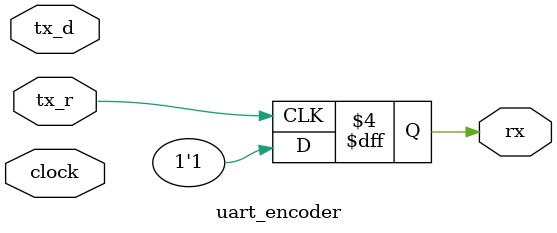
<source format=v>
	`timescale 1ns/1ps
	module tb_vctr ();
		reg		nrst;
		reg		clock;
		wire	rx;
		wire	[7:0]	rx_data;
		wire	[7:0]	rx_data_out;
		wire	[7:0]	rx_data_in;
		reg 	[7:0]  tx_d;
		reg        		tx_r;
		wire	[7:0]	vctrin;
		
		vctr VECTOR(
		.nrst(nrst),
		.clock(clock),
		.rx(rx),
		.rx_data(rx_data),
		.rx_data_out(rx_data_out),
		.rx_data_in(rx_data_in),
		.vctrin(vctrin)
		);
		
		
	initial begin
			clock		= 0;
			nrst		= 0;
			tx_d		= 0;
			tx_r		= 0;
		end
		
		always
			#41.65 clock <= ~clock;
			
		initial begin
			#10 nrst = 1;
			
			#1970252 tx_r = 0;
			#1 tx_d = 8'hA5;
			#1 tx_r = 1;
			
			#1970252 tx_r = 0;
			#1 tx_d = 8'h01;
			#1 tx_r = 1;
			
			#1970252 tx_r = 0;
			#1 tx_d = 8'hAA;
			#1 tx_r = 1;
			
			#1970252 tx_r = 0;
			#1 tx_d = 8'h00;
			#1 tx_r = 1;
			
			#1970252 tx_r = 0;
			#1 tx_d = 8'h01;
			#1 tx_r = 1;
			
			#1970252 tx_r = 0;
			#1 tx_d = 8'hA5;
			#1 tx_r = 1;
			
			#1970252 tx_r = 0;
			#1 tx_d = 8'h02;
			#1 tx_r = 1;
			
			#1970252 tx_r = 0;
			#1 tx_d = 8'hbb;
			#1 tx_r = 1;
			
			#1970252 tx_r = 0;
			#1 tx_d = 8'hA5;
			#1 tx_r = 1;
			
			#1970252 tx_r = 0;
			#1 tx_d = 8'h03;
			#1 tx_r = 1;
			
			#1970252 tx_r = 0;
			#1 tx_d = 8'hcc;
			#1 tx_r = 1;
			
			#1970252 tx_r = 0;
			#1 tx_d = 8'hA5;
			#1 tx_r = 1;
			
			#1970252 tx_r = 0;
			#1 tx_d = 8'h03;
			#1 tx_r = 1;
			
			#1970252 tx_r = 0;
			#1 tx_d = 8'hdd;
			#1 tx_r = 1;
			
			#1970252 tx_r = 0;
			#1 tx_d = 8'h00;
			#1 tx_r = 1;
			
			#1970252 tx_r = 0;
			#1 tx_d = 8'h02;
			#1 tx_r = 1;
			
			#1970252 tx_r = 0;
			#1 tx_d = 8'hA5;
			#1 tx_r = 1;
			
			#1970252 tx_r = 0;
			#1 tx_d = 8'h00;
			#1 tx_r = 1;
			
			#1970252 tx_r = 0;
			#1 tx_d = 8'h11;
			#1 tx_r = 1;
			
			#1970252 tx_r = 0;
			#1 tx_d = 8'h51;
			#1 tx_r = 1;
			
			#1970252 tx_r = 0;
			#1 tx_d = 8'h53;
			#1 tx_r = 1;
			
			#1970252 tx_r = 0;
			#1 tx_d = 8'hA5;
			#1 tx_r = 1;
			
			#1970252 tx_r = 0;
			#1 tx_d = 8'h23;
			#1 tx_r = 1;
			
			#1970252 tx_r = 0;
			#1 tx_d = 8'hdd;
			#1 tx_r = 1;
			
			#1970252 tx_r = 0;
			#1 tx_d = 8'h01;
			#1 tx_r = 1;
			
			#1970252 tx_r = 0;
			#1 tx_d = 8'h78;
			#1 tx_r = 1;
			
			#1970252 tx_r = 0;
			#1 tx_d = 8'hA5;
			#1 tx_r = 1;
			
			#1970252 tx_r = 0;
			#1 tx_d = 8'h01;
			#1 tx_r = 1;
			
			#1970252 tx_r = 0;
			#1 tx_d = 8'h92;
			#1 tx_r = 1;
			
			#1970252 tx_r = 0;
			#1 tx_d = 8'h00;
			#1 tx_r = 1;
			
				#1970252 tx_r = 0;
			#1 tx_d = 8'h75;
			#1 tx_r = 1;
			
		end
		
		uart_encoder encoder(clock, tx_d, tx_r, rx);

	endmodule

	module uart_encoder(
		input       clock,
		input [7:0] tx_d,
		input       tx_r,
		output reg  rx = 1);

		parameter uart_wait = 105000;
		always @(posedge tx_r)
			uart_encoder;

		task uart_encoder;
			begin
						   rx = 0;
				#uart_wait rx = tx_d[0];
				#uart_wait rx = tx_d[1];
				#uart_wait rx = tx_d[2];
				#uart_wait rx = tx_d[3];
				#uart_wait rx = tx_d[4];
				#uart_wait rx = tx_d[5];
				#uart_wait rx = tx_d[6];
				#uart_wait rx = tx_d[7];
				#uart_wait rx = 1;
			end
		endtask
	endmodule

</source>
